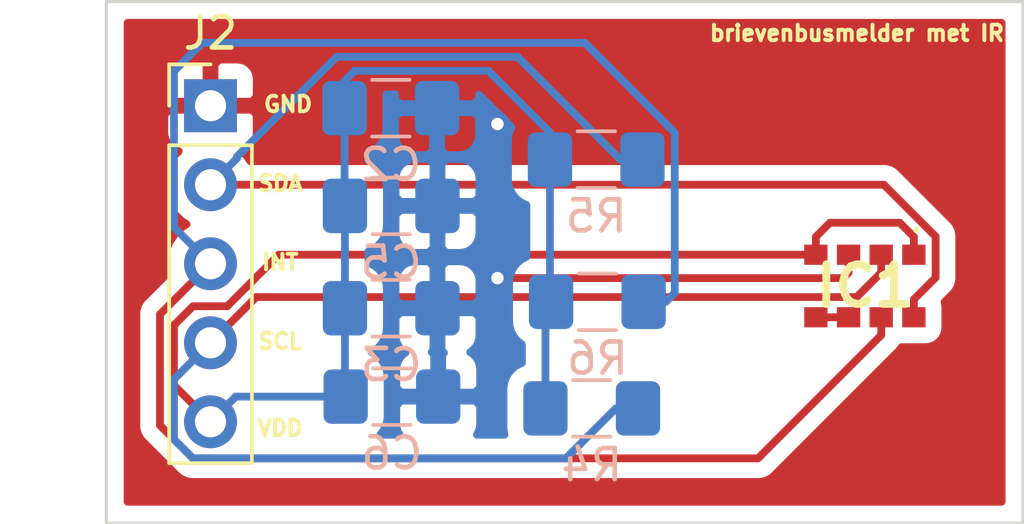
<source format=kicad_pcb>
(kicad_pcb (version 20171130) (host pcbnew "(5.1.5)-3")

  (general
    (thickness 1.6)
    (drawings 11)
    (tracks 75)
    (zones 0)
    (modules 9)
    (nets 7)
  )

  (page A4)
  (layers
    (0 F.Cu signal)
    (31 B.Cu signal)
    (32 B.Adhes user)
    (33 F.Adhes user)
    (34 B.Paste user)
    (35 F.Paste user)
    (36 B.SilkS user)
    (37 F.SilkS user)
    (38 B.Mask user)
    (39 F.Mask user)
    (40 Dwgs.User user)
    (41 Cmts.User user)
    (42 Eco1.User user)
    (43 Eco2.User user)
    (44 Edge.Cuts user)
    (45 Margin user)
    (46 B.CrtYd user)
    (47 F.CrtYd user)
    (48 B.Fab user)
    (49 F.Fab user)
  )

  (setup
    (last_trace_width 0.25)
    (trace_clearance 0.2)
    (zone_clearance 0.508)
    (zone_45_only no)
    (trace_min 0.2)
    (via_size 0.8)
    (via_drill 0.4)
    (via_min_size 0.4)
    (via_min_drill 0.3)
    (uvia_size 0.3)
    (uvia_drill 0.1)
    (uvias_allowed no)
    (uvia_min_size 0.2)
    (uvia_min_drill 0.1)
    (edge_width 0.1)
    (segment_width 0.2)
    (pcb_text_width 0.3)
    (pcb_text_size 1.5 1.5)
    (mod_edge_width 0.15)
    (mod_text_size 1 1)
    (mod_text_width 0.15)
    (pad_size 1.524 1.524)
    (pad_drill 0.762)
    (pad_to_mask_clearance 0)
    (aux_axis_origin 0 0)
    (visible_elements 7FFFFFFF)
    (pcbplotparams
      (layerselection 0x010fc_ffffffff)
      (usegerberextensions false)
      (usegerberattributes false)
      (usegerberadvancedattributes false)
      (creategerberjobfile false)
      (excludeedgelayer true)
      (linewidth 0.100000)
      (plotframeref false)
      (viasonmask false)
      (mode 1)
      (useauxorigin false)
      (hpglpennumber 1)
      (hpglpenspeed 20)
      (hpglpendiameter 15.000000)
      (psnegative false)
      (psa4output false)
      (plotreference true)
      (plotvalue true)
      (plotinvisibletext false)
      (padsonsilk false)
      (subtractmaskfromsilk false)
      (outputformat 1)
      (mirror false)
      (drillshape 0)
      (scaleselection 1)
      (outputdirectory ""))
  )

  (net 0 "")
  (net 1 "Net-(C2-Pad1)")
  (net 2 GND)
  (net 3 "Net-(IC1-Pad2)")
  (net 4 "Net-(IC1-Pad5)")
  (net 5 "Net-(IC1-Pad7)")
  (net 6 "Net-(IC1-Pad8)")

  (net_class Default "Dit is de standaard class."
    (clearance 0.2)
    (trace_width 0.25)
    (via_dia 0.8)
    (via_drill 0.4)
    (uvia_dia 0.3)
    (uvia_drill 0.1)
    (add_net GND)
    (add_net "Net-(C2-Pad1)")
    (add_net "Net-(IC1-Pad2)")
    (add_net "Net-(IC1-Pad5)")
    (add_net "Net-(IC1-Pad7)")
    (add_net "Net-(IC1-Pad8)")
  )

  (module Capacitor_SMD:C_1206_3216Metric_Pad1.42x1.75mm_HandSolder (layer B.Cu) (tedit 5B301BBE) (tstamp 6034F339)
    (at 91.441001 57.782999)
    (descr "Capacitor SMD 1206 (3216 Metric), square (rectangular) end terminal, IPC_7351 nominal with elongated pad for handsoldering. (Body size source: http://www.tortai-tech.com/upload/download/2011102023233369053.pdf), generated with kicad-footprint-generator")
    (tags "capacitor handsolder")
    (path /6030EC58)
    (attr smd)
    (fp_text reference C2 (at 0 1.82) (layer B.SilkS)
      (effects (font (size 1 1) (thickness 0.15)) (justify mirror))
    )
    (fp_text value 22µF (at 0 -1.82) (layer B.Fab)
      (effects (font (size 1 1) (thickness 0.15)) (justify mirror))
    )
    (fp_line (start -1.6 -0.8) (end -1.6 0.8) (layer B.Fab) (width 0.1))
    (fp_line (start -1.6 0.8) (end 1.6 0.8) (layer B.Fab) (width 0.1))
    (fp_line (start 1.6 0.8) (end 1.6 -0.8) (layer B.Fab) (width 0.1))
    (fp_line (start 1.6 -0.8) (end -1.6 -0.8) (layer B.Fab) (width 0.1))
    (fp_line (start -0.602064 0.91) (end 0.602064 0.91) (layer B.SilkS) (width 0.12))
    (fp_line (start -0.602064 -0.91) (end 0.602064 -0.91) (layer B.SilkS) (width 0.12))
    (fp_line (start -2.45 -1.12) (end -2.45 1.12) (layer B.CrtYd) (width 0.05))
    (fp_line (start -2.45 1.12) (end 2.45 1.12) (layer B.CrtYd) (width 0.05))
    (fp_line (start 2.45 1.12) (end 2.45 -1.12) (layer B.CrtYd) (width 0.05))
    (fp_line (start 2.45 -1.12) (end -2.45 -1.12) (layer B.CrtYd) (width 0.05))
    (fp_text user %R (at 0 0) (layer B.Fab)
      (effects (font (size 0.8 0.8) (thickness 0.12)) (justify mirror))
    )
    (pad 1 smd roundrect (at -1.4875 0) (size 1.425 1.75) (layers B.Cu B.Paste B.Mask) (roundrect_rratio 0.175439)
      (net 1 "Net-(C2-Pad1)"))
    (pad 2 smd roundrect (at 1.4875 0) (size 1.425 1.75) (layers B.Cu B.Paste B.Mask) (roundrect_rratio 0.175439)
      (net 2 GND))
    (model ${KISYS3DMOD}/Capacitor_SMD.3dshapes/C_1206_3216Metric.wrl
      (at (xyz 0 0 0))
      (scale (xyz 1 1 1))
      (rotate (xyz 0 0 0))
    )
  )

  (module Capacitor_SMD:C_1206_3216Metric_Pad1.42x1.75mm_HandSolder (layer B.Cu) (tedit 5B301BBE) (tstamp 6034F34A)
    (at 91.453001 64.214999)
    (descr "Capacitor SMD 1206 (3216 Metric), square (rectangular) end terminal, IPC_7351 nominal with elongated pad for handsoldering. (Body size source: http://www.tortai-tech.com/upload/download/2011102023233369053.pdf), generated with kicad-footprint-generator")
    (tags "capacitor handsolder")
    (path /6030EC5E)
    (attr smd)
    (fp_text reference C3 (at 0 1.82) (layer B.SilkS)
      (effects (font (size 1 1) (thickness 0.15)) (justify mirror))
    )
    (fp_text value 100nF (at 0 -1.82) (layer B.Fab)
      (effects (font (size 1 1) (thickness 0.15)) (justify mirror))
    )
    (fp_text user %R (at 0 0) (layer B.Fab)
      (effects (font (size 0.8 0.8) (thickness 0.12)) (justify mirror))
    )
    (fp_line (start 2.45 -1.12) (end -2.45 -1.12) (layer B.CrtYd) (width 0.05))
    (fp_line (start 2.45 1.12) (end 2.45 -1.12) (layer B.CrtYd) (width 0.05))
    (fp_line (start -2.45 1.12) (end 2.45 1.12) (layer B.CrtYd) (width 0.05))
    (fp_line (start -2.45 -1.12) (end -2.45 1.12) (layer B.CrtYd) (width 0.05))
    (fp_line (start -0.602064 -0.91) (end 0.602064 -0.91) (layer B.SilkS) (width 0.12))
    (fp_line (start -0.602064 0.91) (end 0.602064 0.91) (layer B.SilkS) (width 0.12))
    (fp_line (start 1.6 -0.8) (end -1.6 -0.8) (layer B.Fab) (width 0.1))
    (fp_line (start 1.6 0.8) (end 1.6 -0.8) (layer B.Fab) (width 0.1))
    (fp_line (start -1.6 0.8) (end 1.6 0.8) (layer B.Fab) (width 0.1))
    (fp_line (start -1.6 -0.8) (end -1.6 0.8) (layer B.Fab) (width 0.1))
    (pad 2 smd roundrect (at 1.4875 0) (size 1.425 1.75) (layers B.Cu B.Paste B.Mask) (roundrect_rratio 0.175439)
      (net 2 GND))
    (pad 1 smd roundrect (at -1.4875 0) (size 1.425 1.75) (layers B.Cu B.Paste B.Mask) (roundrect_rratio 0.175439)
      (net 1 "Net-(C2-Pad1)"))
    (model ${KISYS3DMOD}/Capacitor_SMD.3dshapes/C_1206_3216Metric.wrl
      (at (xyz 0 0 0))
      (scale (xyz 1 1 1))
      (rotate (xyz 0 0 0))
    )
  )

  (module Capacitor_SMD:C_1206_3216Metric_Pad1.42x1.75mm_HandSolder (layer B.Cu) (tedit 5B301BBE) (tstamp 6034F35B)
    (at 91.453001 60.924999)
    (descr "Capacitor SMD 1206 (3216 Metric), square (rectangular) end terminal, IPC_7351 nominal with elongated pad for handsoldering. (Body size source: http://www.tortai-tech.com/upload/download/2011102023233369053.pdf), generated with kicad-footprint-generator")
    (tags "capacitor handsolder")
    (path /60310EFC)
    (attr smd)
    (fp_text reference C5 (at 0 1.82) (layer B.SilkS)
      (effects (font (size 1 1) (thickness 0.15)) (justify mirror))
    )
    (fp_text value 100nF (at 0 -1.82) (layer B.Fab)
      (effects (font (size 1 1) (thickness 0.15)) (justify mirror))
    )
    (fp_text user %R (at 0 0) (layer B.Fab)
      (effects (font (size 0.8 0.8) (thickness 0.12)) (justify mirror))
    )
    (fp_line (start 2.45 -1.12) (end -2.45 -1.12) (layer B.CrtYd) (width 0.05))
    (fp_line (start 2.45 1.12) (end 2.45 -1.12) (layer B.CrtYd) (width 0.05))
    (fp_line (start -2.45 1.12) (end 2.45 1.12) (layer B.CrtYd) (width 0.05))
    (fp_line (start -2.45 -1.12) (end -2.45 1.12) (layer B.CrtYd) (width 0.05))
    (fp_line (start -0.602064 -0.91) (end 0.602064 -0.91) (layer B.SilkS) (width 0.12))
    (fp_line (start -0.602064 0.91) (end 0.602064 0.91) (layer B.SilkS) (width 0.12))
    (fp_line (start 1.6 -0.8) (end -1.6 -0.8) (layer B.Fab) (width 0.1))
    (fp_line (start 1.6 0.8) (end 1.6 -0.8) (layer B.Fab) (width 0.1))
    (fp_line (start -1.6 0.8) (end 1.6 0.8) (layer B.Fab) (width 0.1))
    (fp_line (start -1.6 -0.8) (end -1.6 0.8) (layer B.Fab) (width 0.1))
    (pad 2 smd roundrect (at 1.4875 0) (size 1.425 1.75) (layers B.Cu B.Paste B.Mask) (roundrect_rratio 0.175439)
      (net 2 GND))
    (pad 1 smd roundrect (at -1.4875 0) (size 1.425 1.75) (layers B.Cu B.Paste B.Mask) (roundrect_rratio 0.175439)
      (net 1 "Net-(C2-Pad1)"))
    (model ${KISYS3DMOD}/Capacitor_SMD.3dshapes/C_1206_3216Metric.wrl
      (at (xyz 0 0 0))
      (scale (xyz 1 1 1))
      (rotate (xyz 0 0 0))
    )
  )

  (module Capacitor_SMD:C_1206_3216Metric_Pad1.42x1.75mm_HandSolder (layer B.Cu) (tedit 5B301BBE) (tstamp 6034F36C)
    (at 91.4765 67.056)
    (descr "Capacitor SMD 1206 (3216 Metric), square (rectangular) end terminal, IPC_7351 nominal with elongated pad for handsoldering. (Body size source: http://www.tortai-tech.com/upload/download/2011102023233369053.pdf), generated with kicad-footprint-generator")
    (tags "capacitor handsolder")
    (path /60310EF6)
    (attr smd)
    (fp_text reference C6 (at 0 1.82) (layer B.SilkS)
      (effects (font (size 1 1) (thickness 0.15)) (justify mirror))
    )
    (fp_text value 10µF (at 0 -1.82) (layer B.Fab)
      (effects (font (size 1 1) (thickness 0.15)) (justify mirror))
    )
    (fp_line (start -1.6 -0.8) (end -1.6 0.8) (layer B.Fab) (width 0.1))
    (fp_line (start -1.6 0.8) (end 1.6 0.8) (layer B.Fab) (width 0.1))
    (fp_line (start 1.6 0.8) (end 1.6 -0.8) (layer B.Fab) (width 0.1))
    (fp_line (start 1.6 -0.8) (end -1.6 -0.8) (layer B.Fab) (width 0.1))
    (fp_line (start -0.602064 0.91) (end 0.602064 0.91) (layer B.SilkS) (width 0.12))
    (fp_line (start -0.602064 -0.91) (end 0.602064 -0.91) (layer B.SilkS) (width 0.12))
    (fp_line (start -2.45 -1.12) (end -2.45 1.12) (layer B.CrtYd) (width 0.05))
    (fp_line (start -2.45 1.12) (end 2.45 1.12) (layer B.CrtYd) (width 0.05))
    (fp_line (start 2.45 1.12) (end 2.45 -1.12) (layer B.CrtYd) (width 0.05))
    (fp_line (start 2.45 -1.12) (end -2.45 -1.12) (layer B.CrtYd) (width 0.05))
    (fp_text user %R (at 0 0) (layer B.Fab)
      (effects (font (size 0.8 0.8) (thickness 0.12)) (justify mirror))
    )
    (pad 1 smd roundrect (at -1.4875 0) (size 1.425 1.75) (layers B.Cu B.Paste B.Mask) (roundrect_rratio 0.175439)
      (net 1 "Net-(C2-Pad1)"))
    (pad 2 smd roundrect (at 1.4875 0) (size 1.425 1.75) (layers B.Cu B.Paste B.Mask) (roundrect_rratio 0.175439)
      (net 2 GND))
    (model ${KISYS3DMOD}/Capacitor_SMD.3dshapes/C_1206_3216Metric.wrl
      (at (xyz 0 0 0))
      (scale (xyz 1 1 1))
      (rotate (xyz 0 0 0))
    )
  )

  (module naderingssensor_metIR:VCNL3030X01GS08 (layer F.Cu) (tedit 0) (tstamp 6034F385)
    (at 106.68 63.5)
    (descr VCNL3030X01-GS08-2)
    (tags "Integrated Circuit")
    (path /60307D8A)
    (attr smd)
    (fp_text reference IC1 (at 0 0) (layer F.SilkS)
      (effects (font (size 1.27 1.27) (thickness 0.254)))
    )
    (fp_text value VCNL3030X01-GS08 (at 0 0) (layer F.SilkS) hide
      (effects (font (size 1.27 1.27) (thickness 0.254)))
    )
    (fp_text user %R (at 0 0) (layer F.Fab)
      (effects (font (size 1.27 1.27) (thickness 0.254)))
    )
    (fp_line (start -2 -1.18) (end 2 -1.18) (layer F.Fab) (width 0.1))
    (fp_line (start 2 -1.18) (end 2 1.18) (layer F.Fab) (width 0.1))
    (fp_line (start 2 1.18) (end -2 1.18) (layer F.Fab) (width 0.1))
    (fp_line (start -2 1.18) (end -2 -1.18) (layer F.Fab) (width 0.1))
    (fp_line (start -3 -2.33) (end 3 -2.33) (layer F.CrtYd) (width 0.1))
    (fp_line (start 3 -2.33) (end 3 2.33) (layer F.CrtYd) (width 0.1))
    (fp_line (start 3 2.33) (end -3 2.33) (layer F.CrtYd) (width 0.1))
    (fp_line (start -3 2.33) (end -3 -2.33) (layer F.CrtYd) (width 0.1))
    (fp_line (start 1.6 -1.8) (end 1.6 -1.8) (layer F.SilkS) (width 0.1))
    (fp_line (start 1.7 -1.8) (end 1.7 -1.8) (layer F.SilkS) (width 0.1))
    (fp_arc (start 1.65 -1.8) (end 1.6 -1.8) (angle -180) (layer F.SilkS) (width 0.1))
    (fp_arc (start 1.65 -1.8) (end 1.7 -1.8) (angle -180) (layer F.SilkS) (width 0.1))
    (pad 1 smd rect (at 1.575 -1.005 90) (size 0.65 0.75) (layers F.Cu F.Paste F.Mask)
      (net 1 "Net-(C2-Pad1)"))
    (pad 2 smd rect (at 0.525 -1.005 90) (size 0.65 0.75) (layers F.Cu F.Paste F.Mask)
      (net 3 "Net-(IC1-Pad2)"))
    (pad 3 smd rect (at -0.525 -1.005 90) (size 0.65 0.75) (layers F.Cu F.Paste F.Mask)
      (net 2 GND))
    (pad 4 smd rect (at -1.575 -1.005 90) (size 0.65 0.75) (layers F.Cu F.Paste F.Mask)
      (net 1 "Net-(C2-Pad1)"))
    (pad 5 smd rect (at -1.575 1.005 90) (size 0.65 0.75) (layers F.Cu F.Paste F.Mask)
      (net 4 "Net-(IC1-Pad5)"))
    (pad 6 smd rect (at -0.525 1.005 90) (size 0.65 0.75) (layers F.Cu F.Paste F.Mask)
      (net 4 "Net-(IC1-Pad5)"))
    (pad 7 smd rect (at 0.525 1.005 90) (size 0.65 0.75) (layers F.Cu F.Paste F.Mask)
      (net 5 "Net-(IC1-Pad7)"))
    (pad 8 smd rect (at 1.575 1.005 90) (size 0.65 0.75) (layers F.Cu F.Paste F.Mask)
      (net 6 "Net-(IC1-Pad8)"))
    (model "D:\\Kicad oefeningen\\eerste test\\library\\naderingssensor_metIR\\SamacSys_Parts.3dshapes\\VCNL3030X01-GS08.stp"
      (at (xyz 0 0 0))
      (scale (xyz 1 1 1))
      (rotate (xyz 0 0 0))
    )
  )

  (module Connector_PinHeader_2.54mm:PinHeader_1x05_P2.54mm_Vertical (layer F.Cu) (tedit 59FED5CC) (tstamp 6034F39E)
    (at 85.645001 57.705001)
    (descr "Through hole straight pin header, 1x05, 2.54mm pitch, single row")
    (tags "Through hole pin header THT 1x05 2.54mm single row")
    (path /6034A1D0)
    (fp_text reference J2 (at 0 -2.33) (layer F.SilkS)
      (effects (font (size 1 1) (thickness 0.15)))
    )
    (fp_text value Conn_01x05_Male (at 0 12.49) (layer F.Fab)
      (effects (font (size 1 1) (thickness 0.15)))
    )
    (fp_line (start -0.635 -1.27) (end 1.27 -1.27) (layer F.Fab) (width 0.1))
    (fp_line (start 1.27 -1.27) (end 1.27 11.43) (layer F.Fab) (width 0.1))
    (fp_line (start 1.27 11.43) (end -1.27 11.43) (layer F.Fab) (width 0.1))
    (fp_line (start -1.27 11.43) (end -1.27 -0.635) (layer F.Fab) (width 0.1))
    (fp_line (start -1.27 -0.635) (end -0.635 -1.27) (layer F.Fab) (width 0.1))
    (fp_line (start -1.33 11.49) (end 1.33 11.49) (layer F.SilkS) (width 0.12))
    (fp_line (start -1.33 1.27) (end -1.33 11.49) (layer F.SilkS) (width 0.12))
    (fp_line (start 1.33 1.27) (end 1.33 11.49) (layer F.SilkS) (width 0.12))
    (fp_line (start -1.33 1.27) (end 1.33 1.27) (layer F.SilkS) (width 0.12))
    (fp_line (start -1.33 0) (end -1.33 -1.33) (layer F.SilkS) (width 0.12))
    (fp_line (start -1.33 -1.33) (end 0 -1.33) (layer F.SilkS) (width 0.12))
    (fp_line (start -1.8 -1.8) (end -1.8 11.95) (layer F.CrtYd) (width 0.05))
    (fp_line (start -1.8 11.95) (end 1.8 11.95) (layer F.CrtYd) (width 0.05))
    (fp_line (start 1.8 11.95) (end 1.8 -1.8) (layer F.CrtYd) (width 0.05))
    (fp_line (start 1.8 -1.8) (end -1.8 -1.8) (layer F.CrtYd) (width 0.05))
    (fp_text user %R (at 0 5.08 90) (layer F.Fab)
      (effects (font (size 1 1) (thickness 0.15)))
    )
    (pad 1 thru_hole rect (at 0 0) (size 1.7 1.7) (drill 1) (layers *.Cu *.Mask)
      (net 2 GND))
    (pad 2 thru_hole oval (at 0 2.54) (size 1.7 1.7) (drill 1) (layers *.Cu *.Mask)
      (net 6 "Net-(IC1-Pad8)"))
    (pad 3 thru_hole oval (at 0 5.08) (size 1.7 1.7) (drill 1) (layers *.Cu *.Mask)
      (net 5 "Net-(IC1-Pad7)"))
    (pad 4 thru_hole oval (at 0 7.62) (size 1.7 1.7) (drill 1) (layers *.Cu *.Mask)
      (net 3 "Net-(IC1-Pad2)"))
    (pad 5 thru_hole oval (at 0 10.16) (size 1.7 1.7) (drill 1) (layers *.Cu *.Mask)
      (net 1 "Net-(C2-Pad1)"))
    (model ${KISYS3DMOD}/Connector_PinHeader_2.54mm.3dshapes/PinHeader_1x05_P2.54mm_Vertical.wrl
      (at (xyz 0 0 0))
      (scale (xyz 1 1 1))
      (rotate (xyz 0 0 0))
    )
  )

  (module Resistor_SMD:R_1206_3216Metric_Pad1.42x1.75mm_HandSolder (layer B.Cu) (tedit 5B301BBD) (tstamp 6034F3AF)
    (at 97.899001 67.434999)
    (descr "Resistor SMD 1206 (3216 Metric), square (rectangular) end terminal, IPC_7351 nominal with elongated pad for handsoldering. (Body size source: http://www.tortai-tech.com/upload/download/2011102023233369053.pdf), generated with kicad-footprint-generator")
    (tags "resistor handsolder")
    (path /6031A4C9)
    (attr smd)
    (fp_text reference R4 (at 0 1.82) (layer B.SilkS)
      (effects (font (size 1 1) (thickness 0.15)) (justify mirror))
    )
    (fp_text value 2.2k (at 0 -1.82) (layer B.Fab)
      (effects (font (size 1 1) (thickness 0.15)) (justify mirror))
    )
    (fp_line (start -1.6 -0.8) (end -1.6 0.8) (layer B.Fab) (width 0.1))
    (fp_line (start -1.6 0.8) (end 1.6 0.8) (layer B.Fab) (width 0.1))
    (fp_line (start 1.6 0.8) (end 1.6 -0.8) (layer B.Fab) (width 0.1))
    (fp_line (start 1.6 -0.8) (end -1.6 -0.8) (layer B.Fab) (width 0.1))
    (fp_line (start -0.602064 0.91) (end 0.602064 0.91) (layer B.SilkS) (width 0.12))
    (fp_line (start -0.602064 -0.91) (end 0.602064 -0.91) (layer B.SilkS) (width 0.12))
    (fp_line (start -2.45 -1.12) (end -2.45 1.12) (layer B.CrtYd) (width 0.05))
    (fp_line (start -2.45 1.12) (end 2.45 1.12) (layer B.CrtYd) (width 0.05))
    (fp_line (start 2.45 1.12) (end 2.45 -1.12) (layer B.CrtYd) (width 0.05))
    (fp_line (start 2.45 -1.12) (end -2.45 -1.12) (layer B.CrtYd) (width 0.05))
    (fp_text user %R (at 0 0) (layer B.Fab)
      (effects (font (size 0.8 0.8) (thickness 0.12)) (justify mirror))
    )
    (pad 1 smd roundrect (at -1.4875 0) (size 1.425 1.75) (layers B.Cu B.Paste B.Mask) (roundrect_rratio 0.175439)
      (net 1 "Net-(C2-Pad1)"))
    (pad 2 smd roundrect (at 1.4875 0) (size 1.425 1.75) (layers B.Cu B.Paste B.Mask) (roundrect_rratio 0.175439)
      (net 3 "Net-(IC1-Pad2)"))
    (model ${KISYS3DMOD}/Resistor_SMD.3dshapes/R_1206_3216Metric.wrl
      (at (xyz 0 0 0))
      (scale (xyz 1 1 1))
      (rotate (xyz 0 0 0))
    )
  )

  (module Resistor_SMD:R_1206_3216Metric_Pad1.42x1.75mm_HandSolder (layer B.Cu) (tedit 5B301BBD) (tstamp 6034F3C0)
    (at 98.044 59.436)
    (descr "Resistor SMD 1206 (3216 Metric), square (rectangular) end terminal, IPC_7351 nominal with elongated pad for handsoldering. (Body size source: http://www.tortai-tech.com/upload/download/2011102023233369053.pdf), generated with kicad-footprint-generator")
    (tags "resistor handsolder")
    (path /6031B508)
    (attr smd)
    (fp_text reference R5 (at 0 1.82) (layer B.SilkS)
      (effects (font (size 1 1) (thickness 0.15)) (justify mirror))
    )
    (fp_text value 2.2K (at 0 -1.82) (layer B.Fab)
      (effects (font (size 1 1) (thickness 0.15)) (justify mirror))
    )
    (fp_text user %R (at 0 0) (layer B.Fab)
      (effects (font (size 0.8 0.8) (thickness 0.12)) (justify mirror))
    )
    (fp_line (start 2.45 -1.12) (end -2.45 -1.12) (layer B.CrtYd) (width 0.05))
    (fp_line (start 2.45 1.12) (end 2.45 -1.12) (layer B.CrtYd) (width 0.05))
    (fp_line (start -2.45 1.12) (end 2.45 1.12) (layer B.CrtYd) (width 0.05))
    (fp_line (start -2.45 -1.12) (end -2.45 1.12) (layer B.CrtYd) (width 0.05))
    (fp_line (start -0.602064 -0.91) (end 0.602064 -0.91) (layer B.SilkS) (width 0.12))
    (fp_line (start -0.602064 0.91) (end 0.602064 0.91) (layer B.SilkS) (width 0.12))
    (fp_line (start 1.6 -0.8) (end -1.6 -0.8) (layer B.Fab) (width 0.1))
    (fp_line (start 1.6 0.8) (end 1.6 -0.8) (layer B.Fab) (width 0.1))
    (fp_line (start -1.6 0.8) (end 1.6 0.8) (layer B.Fab) (width 0.1))
    (fp_line (start -1.6 -0.8) (end -1.6 0.8) (layer B.Fab) (width 0.1))
    (pad 2 smd roundrect (at 1.4875 0) (size 1.425 1.75) (layers B.Cu B.Paste B.Mask) (roundrect_rratio 0.175439)
      (net 6 "Net-(IC1-Pad8)"))
    (pad 1 smd roundrect (at -1.4875 0) (size 1.425 1.75) (layers B.Cu B.Paste B.Mask) (roundrect_rratio 0.175439)
      (net 1 "Net-(C2-Pad1)"))
    (model ${KISYS3DMOD}/Resistor_SMD.3dshapes/R_1206_3216Metric.wrl
      (at (xyz 0 0 0))
      (scale (xyz 1 1 1))
      (rotate (xyz 0 0 0))
    )
  )

  (module Resistor_SMD:R_1206_3216Metric_Pad1.42x1.75mm_HandSolder (layer B.Cu) (tedit 5B301BBD) (tstamp 6034F3D1)
    (at 98.0805 64.008)
    (descr "Resistor SMD 1206 (3216 Metric), square (rectangular) end terminal, IPC_7351 nominal with elongated pad for handsoldering. (Body size source: http://www.tortai-tech.com/upload/download/2011102023233369053.pdf), generated with kicad-footprint-generator")
    (tags "resistor handsolder")
    (path /6031B855)
    (attr smd)
    (fp_text reference R6 (at 0 1.82) (layer B.SilkS)
      (effects (font (size 1 1) (thickness 0.15)) (justify mirror))
    )
    (fp_text value 8.2K (at 0 -1.82) (layer B.Fab)
      (effects (font (size 1 1) (thickness 0.15)) (justify mirror))
    )
    (fp_line (start -1.6 -0.8) (end -1.6 0.8) (layer B.Fab) (width 0.1))
    (fp_line (start -1.6 0.8) (end 1.6 0.8) (layer B.Fab) (width 0.1))
    (fp_line (start 1.6 0.8) (end 1.6 -0.8) (layer B.Fab) (width 0.1))
    (fp_line (start 1.6 -0.8) (end -1.6 -0.8) (layer B.Fab) (width 0.1))
    (fp_line (start -0.602064 0.91) (end 0.602064 0.91) (layer B.SilkS) (width 0.12))
    (fp_line (start -0.602064 -0.91) (end 0.602064 -0.91) (layer B.SilkS) (width 0.12))
    (fp_line (start -2.45 -1.12) (end -2.45 1.12) (layer B.CrtYd) (width 0.05))
    (fp_line (start -2.45 1.12) (end 2.45 1.12) (layer B.CrtYd) (width 0.05))
    (fp_line (start 2.45 1.12) (end 2.45 -1.12) (layer B.CrtYd) (width 0.05))
    (fp_line (start 2.45 -1.12) (end -2.45 -1.12) (layer B.CrtYd) (width 0.05))
    (fp_text user %R (at 0 0) (layer B.Fab)
      (effects (font (size 0.8 0.8) (thickness 0.12)) (justify mirror))
    )
    (pad 1 smd roundrect (at -1.4875 0) (size 1.425 1.75) (layers B.Cu B.Paste B.Mask) (roundrect_rratio 0.175439)
      (net 1 "Net-(C2-Pad1)"))
    (pad 2 smd roundrect (at 1.4875 0) (size 1.425 1.75) (layers B.Cu B.Paste B.Mask) (roundrect_rratio 0.175439)
      (net 5 "Net-(IC1-Pad7)"))
    (model ${KISYS3DMOD}/Resistor_SMD.3dshapes/R_1206_3216Metric.wrl
      (at (xyz 0 0 0))
      (scale (xyz 1 1 1))
      (rotate (xyz 0 0 0))
    )
  )

  (gr_text "brievenbusmelder met IR" (at 106.426 55.372) (layer F.SilkS)
    (effects (font (size 0.5 0.5) (thickness 0.125)))
  )
  (gr_text VDD (at 87.884 68.072) (layer F.SilkS)
    (effects (font (size 0.5 0.5) (thickness 0.125)))
  )
  (gr_text SCL (at 87.884 65.278) (layer F.SilkS)
    (effects (font (size 0.5 0.5) (thickness 0.125)))
  )
  (gr_text INT (at 87.884 62.738) (layer F.SilkS)
    (effects (font (size 0.5 0.5) (thickness 0.125)))
  )
  (gr_text SDA (at 87.884 60.198) (layer F.SilkS)
    (effects (font (size 0.5 0.5) (thickness 0.125)))
  )
  (gr_text GND (at 88.138 57.658) (layer F.SilkS)
    (effects (font (size 0.5 0.5) (thickness 0.125)))
  )
  (gr_line (start 82.296 54.356) (end 82.804 54.356) (layer Edge.Cuts) (width 0.1) (tstamp 6034FA58))
  (gr_line (start 82.296 71.12) (end 82.296 54.356) (layer Edge.Cuts) (width 0.1))
  (gr_line (start 111.76 71.12) (end 82.296 71.12) (layer Edge.Cuts) (width 0.1))
  (gr_line (start 111.76 54.356) (end 111.76 71.12) (layer Edge.Cuts) (width 0.1))
  (gr_line (start 82.804 54.356) (end 111.76 54.356) (layer Edge.Cuts) (width 0.1))

  (segment (start 86.454002 67.056) (end 85.645001 67.865001) (width 0.25) (layer B.Cu) (net 1))
  (segment (start 89.989 67.056) (end 86.454002 67.056) (width 0.25) (layer B.Cu) (net 1))
  (segment (start 89.953501 60.912999) (end 89.965501 60.924999) (width 0.25) (layer B.Cu) (net 1))
  (segment (start 89.953501 57.782999) (end 89.953501 60.912999) (width 0.25) (layer B.Cu) (net 1))
  (segment (start 89.965501 60.924999) (end 89.965501 64.214999) (width 0.25) (layer B.Cu) (net 1))
  (segment (start 89.965501 67.032501) (end 89.989 67.056) (width 0.25) (layer B.Cu) (net 1))
  (segment (start 89.965501 64.214999) (end 89.965501 67.032501) (width 0.25) (layer B.Cu) (net 1))
  (segment (start 89.953501 56.907999) (end 89.953501 57.782999) (width 0.25) (layer B.Cu) (net 1))
  (segment (start 90.278511 56.582989) (end 89.953501 56.907999) (width 0.25) (layer B.Cu) (net 1))
  (segment (start 94.578489 56.582989) (end 90.278511 56.582989) (width 0.25) (layer B.Cu) (net 1))
  (segment (start 96.5565 58.561) (end 94.578489 56.582989) (width 0.25) (layer B.Cu) (net 1))
  (segment (start 96.5565 59.436) (end 96.5565 58.561) (width 0.25) (layer B.Cu) (net 1))
  (segment (start 96.5565 63.9715) (end 96.593 64.008) (width 0.25) (layer B.Cu) (net 1))
  (segment (start 96.5565 59.436) (end 96.5565 63.9715) (width 0.25) (layer B.Cu) (net 1))
  (segment (start 96.411501 64.189499) (end 96.593 64.008) (width 0.25) (layer B.Cu) (net 1))
  (segment (start 96.411501 67.434999) (end 96.411501 64.189499) (width 0.25) (layer B.Cu) (net 1))
  (segment (start 84.795002 67.015002) (end 85.645001 67.865001) (width 0.25) (layer F.Cu) (net 1))
  (segment (start 84.47 66.69) (end 84.795002 67.015002) (width 0.25) (layer F.Cu) (net 1))
  (segment (start 84.47 64.761) (end 84.47 66.69) (width 0.25) (layer F.Cu) (net 1))
  (segment (start 85.081 64.15) (end 84.47 64.761) (width 0.25) (layer F.Cu) (net 1))
  (segment (start 86.183592 64.15) (end 85.081 64.15) (width 0.25) (layer F.Cu) (net 1))
  (segment (start 87.838592 62.495) (end 86.183592 64.15) (width 0.25) (layer F.Cu) (net 1))
  (segment (start 105.105 62.495) (end 87.838592 62.495) (width 0.25) (layer F.Cu) (net 1))
  (segment (start 108.255 61.92) (end 107.803 61.468) (width 0.25) (layer F.Cu) (net 1))
  (segment (start 108.255 62.495) (end 108.255 61.92) (width 0.25) (layer F.Cu) (net 1))
  (segment (start 105.105 61.92) (end 105.105 62.495) (width 0.25) (layer F.Cu) (net 1))
  (segment (start 105.557 61.468) (end 105.105 61.92) (width 0.25) (layer F.Cu) (net 1))
  (segment (start 107.803 61.468) (end 105.557 61.468) (width 0.25) (layer F.Cu) (net 1))
  (via (at 94.869 63.246) (size 0.8) (drill 0.4) (layers F.Cu B.Cu) (net 2))
  (segment (start 95.434685 63.246) (end 94.869 63.246) (width 0.25) (layer F.Cu) (net 2))
  (segment (start 106.155 63.07) (end 105.979 63.246) (width 0.25) (layer F.Cu) (net 2))
  (segment (start 105.979 63.246) (end 95.434685 63.246) (width 0.25) (layer F.Cu) (net 2))
  (segment (start 106.155 62.495) (end 106.155 63.07) (width 0.25) (layer F.Cu) (net 2))
  (via (at 94.869 58.293) (size 0.8) (drill 0.4) (layers F.Cu B.Cu) (net 2))
  (segment (start 84.795002 66.175) (end 85.645001 65.325001) (width 0.25) (layer B.Cu) (net 3))
  (segment (start 84.47 66.500002) (end 84.795002 66.175) (width 0.25) (layer B.Cu) (net 3))
  (segment (start 84.47 68.429002) (end 84.47 66.500002) (width 0.25) (layer B.Cu) (net 3))
  (segment (start 85.081 69.040002) (end 84.47 68.429002) (width 0.25) (layer B.Cu) (net 3))
  (segment (start 97.068998 69.040002) (end 85.081 69.040002) (width 0.25) (layer B.Cu) (net 3))
  (segment (start 98.674001 67.434999) (end 97.068998 69.040002) (width 0.25) (layer B.Cu) (net 3))
  (segment (start 99.386501 67.434999) (end 98.674001 67.434999) (width 0.25) (layer B.Cu) (net 3))
  (segment (start 86.495 64.475002) (end 85.645001 65.325001) (width 0.25) (layer F.Cu) (net 3))
  (segment (start 87.115003 63.854999) (end 86.495 64.475002) (width 0.25) (layer F.Cu) (net 3))
  (segment (start 107.205 63.07) (end 106.420001 63.854999) (width 0.25) (layer F.Cu) (net 3))
  (segment (start 106.420001 63.854999) (end 87.115003 63.854999) (width 0.25) (layer F.Cu) (net 3))
  (segment (start 107.205 62.495) (end 107.205 63.07) (width 0.25) (layer F.Cu) (net 3))
  (segment (start 106.155 64.505) (end 105.105 64.505) (width 0.25) (layer F.Cu) (net 4))
  (segment (start 84.795002 61.935002) (end 85.645001 62.785001) (width 0.25) (layer B.Cu) (net 5))
  (segment (start 84.47 56.595) (end 84.47 61.61) (width 0.25) (layer B.Cu) (net 5))
  (segment (start 97.67916 55.68297) (end 85.38203 55.68297) (width 0.25) (layer B.Cu) (net 5))
  (segment (start 100.56901 58.57282) (end 97.67916 55.68297) (width 0.25) (layer B.Cu) (net 5))
  (segment (start 85.38203 55.68297) (end 84.47 56.595) (width 0.25) (layer B.Cu) (net 5))
  (segment (start 100.56901 63.71949) (end 100.56901 58.57282) (width 0.25) (layer B.Cu) (net 5))
  (segment (start 100.2805 64.008) (end 100.56901 63.71949) (width 0.25) (layer B.Cu) (net 5))
  (segment (start 84.47 61.61) (end 84.795002 61.935002) (width 0.25) (layer B.Cu) (net 5))
  (segment (start 99.568 64.008) (end 100.2805 64.008) (width 0.25) (layer B.Cu) (net 5))
  (segment (start 84.795002 63.635) (end 85.645001 62.785001) (width 0.25) (layer F.Cu) (net 5))
  (segment (start 84.019991 64.410011) (end 84.795002 63.635) (width 0.25) (layer F.Cu) (net 5))
  (segment (start 85.081 69.040002) (end 84.019991 67.978993) (width 0.25) (layer F.Cu) (net 5))
  (segment (start 103.244998 69.040002) (end 85.081 69.040002) (width 0.25) (layer F.Cu) (net 5))
  (segment (start 84.019991 67.978993) (end 84.019991 64.410011) (width 0.25) (layer F.Cu) (net 5))
  (segment (start 107.205 65.08) (end 103.244998 69.040002) (width 0.25) (layer F.Cu) (net 5))
  (segment (start 107.205 64.505) (end 107.205 65.08) (width 0.25) (layer F.Cu) (net 5))
  (segment (start 86.495 59.395002) (end 85.645001 60.245001) (width 0.25) (layer B.Cu) (net 6))
  (segment (start 86.495 59.34081) (end 86.495 59.395002) (width 0.25) (layer B.Cu) (net 6))
  (segment (start 95.51598 56.13298) (end 89.70283 56.13298) (width 0.25) (layer B.Cu) (net 6))
  (segment (start 89.70283 56.13298) (end 86.495 59.34081) (width 0.25) (layer B.Cu) (net 6))
  (segment (start 98.819 59.436) (end 95.51598 56.13298) (width 0.25) (layer B.Cu) (net 6))
  (segment (start 99.5315 59.436) (end 98.819 59.436) (width 0.25) (layer B.Cu) (net 6))
  (segment (start 86.847082 60.245001) (end 85.645001 60.245001) (width 0.25) (layer F.Cu) (net 6))
  (segment (start 108.955001 61.909999) (end 107.290003 60.245001) (width 0.25) (layer F.Cu) (net 6))
  (segment (start 107.290003 60.245001) (end 86.847082 60.245001) (width 0.25) (layer F.Cu) (net 6))
  (segment (start 108.255 63.93) (end 108.955001 63.229999) (width 0.25) (layer F.Cu) (net 6))
  (segment (start 108.955001 63.229999) (end 108.955001 61.909999) (width 0.25) (layer F.Cu) (net 6))
  (segment (start 108.255 64.505) (end 108.255 63.93) (width 0.25) (layer F.Cu) (net 6))

  (zone (net 2) (net_name GND) (layer F.Cu) (tstamp 60364BA5) (hatch edge 0.508)
    (connect_pads (clearance 0.508))
    (min_thickness 0.254)
    (fill yes (arc_segments 32) (thermal_gap 0.508) (thermal_bridge_width 0.508))
    (polygon
      (pts
        (xy 111.252 70.612) (xy 82.804 70.612) (xy 82.804 54.864) (xy 111.252 54.864)
      )
    )
    (filled_polygon
      (pts
        (xy 111.075001 70.435) (xy 82.981 70.435) (xy 82.981 64.410011) (xy 83.256315 64.410011) (xy 83.259992 64.447343)
        (xy 83.259991 67.94167) (xy 83.256315 67.978993) (xy 83.259991 68.016315) (xy 83.259991 68.016325) (xy 83.270988 68.127978)
        (xy 83.279867 68.157247) (xy 83.314445 68.271239) (xy 83.385017 68.403269) (xy 83.386461 68.405028) (xy 83.47999 68.518994)
        (xy 83.508993 68.542797) (xy 84.517201 69.551005) (xy 84.540999 69.580003) (xy 84.656724 69.674976) (xy 84.788753 69.745548)
        (xy 84.932014 69.789005) (xy 85.043667 69.800002) (xy 85.043676 69.800002) (xy 85.080999 69.803678) (xy 85.118322 69.800002)
        (xy 103.207676 69.800002) (xy 103.244998 69.803678) (xy 103.28232 69.800002) (xy 103.282331 69.800002) (xy 103.393984 69.789005)
        (xy 103.537245 69.745548) (xy 103.669274 69.674976) (xy 103.784999 69.580003) (xy 103.808802 69.550999) (xy 107.716003 65.643799)
        (xy 107.745001 65.620001) (xy 107.839974 65.504276) (xy 107.86036 65.466138) (xy 107.88 65.468072) (xy 108.63 65.468072)
        (xy 108.754482 65.455812) (xy 108.87418 65.419502) (xy 108.984494 65.360537) (xy 109.081185 65.281185) (xy 109.160537 65.184494)
        (xy 109.219502 65.07418) (xy 109.255812 64.954482) (xy 109.268072 64.83) (xy 109.268072 64.18) (xy 109.255812 64.055518)
        (xy 109.243819 64.015983) (xy 109.466005 63.793797) (xy 109.495002 63.77) (xy 109.531338 63.725724) (xy 109.589975 63.654276)
        (xy 109.660547 63.522246) (xy 109.671537 63.486015) (xy 109.704004 63.378985) (xy 109.715001 63.267332) (xy 109.715001 63.267322)
        (xy 109.718677 63.229999) (xy 109.715001 63.192676) (xy 109.715001 61.947324) (xy 109.718677 61.909999) (xy 109.715001 61.872674)
        (xy 109.715001 61.872666) (xy 109.704004 61.761013) (xy 109.660547 61.617752) (xy 109.589975 61.485723) (xy 109.495002 61.369998)
        (xy 109.466004 61.3462) (xy 107.853807 59.734004) (xy 107.830004 59.705) (xy 107.714279 59.610027) (xy 107.58225 59.539455)
        (xy 107.438989 59.495998) (xy 107.327336 59.485001) (xy 107.327325 59.485001) (xy 107.290003 59.481325) (xy 107.252681 59.485001)
        (xy 86.923179 59.485001) (xy 86.798476 59.298369) (xy 86.666621 59.166514) (xy 86.739181 59.144503) (xy 86.849495 59.085538)
        (xy 86.946186 59.006186) (xy 87.025538 58.909495) (xy 87.084503 58.799181) (xy 87.120813 58.679483) (xy 87.133073 58.555001)
        (xy 87.130001 57.990751) (xy 86.971251 57.832001) (xy 85.772001 57.832001) (xy 85.772001 57.852001) (xy 85.518001 57.852001)
        (xy 85.518001 57.832001) (xy 84.318751 57.832001) (xy 84.160001 57.990751) (xy 84.156929 58.555001) (xy 84.169189 58.679483)
        (xy 84.205499 58.799181) (xy 84.264464 58.909495) (xy 84.343816 59.006186) (xy 84.440507 59.085538) (xy 84.550821 59.144503)
        (xy 84.623381 59.166514) (xy 84.491526 59.298369) (xy 84.329011 59.54159) (xy 84.217069 59.811843) (xy 84.160001 60.098741)
        (xy 84.160001 60.391261) (xy 84.217069 60.678159) (xy 84.329011 60.948412) (xy 84.491526 61.191633) (xy 84.698369 61.398476)
        (xy 84.872761 61.515001) (xy 84.698369 61.631526) (xy 84.491526 61.838369) (xy 84.329011 62.08159) (xy 84.217069 62.351843)
        (xy 84.160001 62.638741) (xy 84.160001 62.931261) (xy 84.203791 63.151409) (xy 83.508989 63.846212) (xy 83.479991 63.87001)
        (xy 83.456193 63.899008) (xy 83.456192 63.899009) (xy 83.385017 63.985735) (xy 83.314445 64.117765) (xy 83.295567 64.18)
        (xy 83.270989 64.261025) (xy 83.261633 64.356014) (xy 83.256315 64.410011) (xy 82.981 64.410011) (xy 82.981 56.855001)
        (xy 84.156929 56.855001) (xy 84.160001 57.419251) (xy 84.318751 57.578001) (xy 85.518001 57.578001) (xy 85.518001 56.378751)
        (xy 85.772001 56.378751) (xy 85.772001 57.578001) (xy 86.971251 57.578001) (xy 87.130001 57.419251) (xy 87.133073 56.855001)
        (xy 87.120813 56.730519) (xy 87.084503 56.610821) (xy 87.025538 56.500507) (xy 86.946186 56.403816) (xy 86.849495 56.324464)
        (xy 86.739181 56.265499) (xy 86.619483 56.229189) (xy 86.495001 56.216929) (xy 85.930751 56.220001) (xy 85.772001 56.378751)
        (xy 85.518001 56.378751) (xy 85.359251 56.220001) (xy 84.795001 56.216929) (xy 84.670519 56.229189) (xy 84.550821 56.265499)
        (xy 84.440507 56.324464) (xy 84.343816 56.403816) (xy 84.264464 56.500507) (xy 84.205499 56.610821) (xy 84.169189 56.730519)
        (xy 84.156929 56.855001) (xy 82.981 56.855001) (xy 82.981 55.041) (xy 111.075 55.041)
      )
    )
    (filled_polygon
      (pts
        (xy 106.191928 62.642) (xy 106.118072 62.642) (xy 106.118072 62.348) (xy 106.191928 62.348)
      )
    )
  )
  (zone (net 2) (net_name GND) (layer B.Cu) (tstamp 60364BA2) (hatch edge 0.508)
    (connect_pads (clearance 0.508))
    (min_thickness 0.254)
    (fill yes (arc_segments 32) (thermal_gap 0.508) (thermal_bridge_width 0.508))
    (polygon
      (pts
        (xy 111.252 70.612) (xy 82.804 70.612) (xy 82.804 54.864) (xy 111.252 54.864)
      )
    )
    (filled_polygon
      (pts
        (xy 91.581001 57.497249) (xy 91.739751 57.655999) (xy 92.801501 57.655999) (xy 92.801501 57.635999) (xy 93.055501 57.635999)
        (xy 93.055501 57.655999) (xy 94.117251 57.655999) (xy 94.276001 57.497249) (xy 94.276737 57.356038) (xy 95.314742 58.394044)
        (xy 95.273528 58.47115) (xy 95.222992 58.637746) (xy 95.205928 58.811) (xy 95.205928 60.061) (xy 95.222992 60.234254)
        (xy 95.273528 60.40085) (xy 95.355595 60.554386) (xy 95.466038 60.688962) (xy 95.600614 60.799405) (xy 95.75415 60.881472)
        (xy 95.7965 60.894319) (xy 95.796501 62.560753) (xy 95.79065 62.562528) (xy 95.637114 62.644595) (xy 95.502538 62.755038)
        (xy 95.392095 62.889614) (xy 95.310028 63.04315) (xy 95.259492 63.209746) (xy 95.242428 63.383) (xy 95.242428 64.633)
        (xy 95.259492 64.806254) (xy 95.310028 64.97285) (xy 95.392095 65.126386) (xy 95.502538 65.260962) (xy 95.637114 65.371405)
        (xy 95.651502 65.379095) (xy 95.651501 65.97668) (xy 95.609151 65.989527) (xy 95.455615 66.071594) (xy 95.321039 66.182037)
        (xy 95.210596 66.316613) (xy 95.128529 66.470149) (xy 95.077993 66.636745) (xy 95.060929 66.809999) (xy 95.060929 68.059999)
        (xy 95.077993 68.233253) (xy 95.092174 68.280002) (xy 94.209973 68.280002) (xy 94.266002 68.17518) (xy 94.302312 68.055482)
        (xy 94.314572 67.931) (xy 94.3115 67.34175) (xy 94.15275 67.183) (xy 93.091 67.183) (xy 93.091 67.203)
        (xy 92.837 67.203) (xy 92.837 67.183) (xy 91.77525 67.183) (xy 91.6165 67.34175) (xy 91.613428 67.931)
        (xy 91.625688 68.055482) (xy 91.661998 68.17518) (xy 91.718027 68.280002) (xy 91.103229 68.280002) (xy 91.189905 68.174386)
        (xy 91.271972 68.02085) (xy 91.322508 67.854254) (xy 91.339572 67.681) (xy 91.339572 66.431) (xy 91.322508 66.257746)
        (xy 91.271972 66.09115) (xy 91.189905 65.937614) (xy 91.079462 65.803038) (xy 90.944886 65.692595) (xy 90.826319 65.629219)
        (xy 90.921387 65.578404) (xy 91.055963 65.467961) (xy 91.166406 65.333385) (xy 91.248473 65.179849) (xy 91.275728 65.089999)
        (xy 91.589929 65.089999) (xy 91.602189 65.214481) (xy 91.638499 65.334179) (xy 91.697464 65.444493) (xy 91.776816 65.541184)
        (xy 91.873507 65.620536) (xy 91.913251 65.64178) (xy 91.897006 65.650463) (xy 91.800315 65.729815) (xy 91.720963 65.826506)
        (xy 91.661998 65.93682) (xy 91.625688 66.056518) (xy 91.613428 66.181) (xy 91.6165 66.77025) (xy 91.77525 66.929)
        (xy 92.837 66.929) (xy 92.837 65.70475) (xy 92.756 65.62375) (xy 92.813501 65.566249) (xy 92.813501 64.341999)
        (xy 93.067501 64.341999) (xy 93.067501 65.566249) (xy 93.148501 65.647249) (xy 93.091 65.70475) (xy 93.091 66.929)
        (xy 94.15275 66.929) (xy 94.3115 66.77025) (xy 94.314572 66.181) (xy 94.302312 66.056518) (xy 94.266002 65.93682)
        (xy 94.207037 65.826506) (xy 94.127685 65.729815) (xy 94.030994 65.650463) (xy 93.99125 65.629219) (xy 94.007495 65.620536)
        (xy 94.104186 65.541184) (xy 94.183538 65.444493) (xy 94.242503 65.334179) (xy 94.278813 65.214481) (xy 94.291073 65.089999)
        (xy 94.288001 64.500749) (xy 94.129251 64.341999) (xy 93.067501 64.341999) (xy 92.813501 64.341999) (xy 91.751751 64.341999)
        (xy 91.593001 64.500749) (xy 91.589929 65.089999) (xy 91.275728 65.089999) (xy 91.299009 65.013253) (xy 91.316073 64.839999)
        (xy 91.316073 63.589999) (xy 91.299009 63.416745) (xy 91.275729 63.339999) (xy 91.589929 63.339999) (xy 91.593001 63.929249)
        (xy 91.751751 64.087999) (xy 92.813501 64.087999) (xy 92.813501 62.863749) (xy 93.067501 62.863749) (xy 93.067501 64.087999)
        (xy 94.129251 64.087999) (xy 94.288001 63.929249) (xy 94.291073 63.339999) (xy 94.278813 63.215517) (xy 94.242503 63.095819)
        (xy 94.183538 62.985505) (xy 94.104186 62.888814) (xy 94.007495 62.809462) (xy 93.897181 62.750497) (xy 93.777483 62.714187)
        (xy 93.653001 62.701927) (xy 93.226251 62.704999) (xy 93.067501 62.863749) (xy 92.813501 62.863749) (xy 92.654751 62.704999)
        (xy 92.228001 62.701927) (xy 92.103519 62.714187) (xy 91.983821 62.750497) (xy 91.873507 62.809462) (xy 91.776816 62.888814)
        (xy 91.697464 62.985505) (xy 91.638499 63.095819) (xy 91.602189 63.215517) (xy 91.589929 63.339999) (xy 91.275729 63.339999)
        (xy 91.248473 63.250149) (xy 91.166406 63.096613) (xy 91.055963 62.962037) (xy 90.921387 62.851594) (xy 90.767851 62.769527)
        (xy 90.725501 62.75668) (xy 90.725501 62.383318) (xy 90.767851 62.370471) (xy 90.921387 62.288404) (xy 91.055963 62.177961)
        (xy 91.166406 62.043385) (xy 91.248473 61.889849) (xy 91.275728 61.799999) (xy 91.589929 61.799999) (xy 91.602189 61.924481)
        (xy 91.638499 62.044179) (xy 91.697464 62.154493) (xy 91.776816 62.251184) (xy 91.873507 62.330536) (xy 91.983821 62.389501)
        (xy 92.103519 62.425811) (xy 92.228001 62.438071) (xy 92.654751 62.434999) (xy 92.813501 62.276249) (xy 92.813501 61.051999)
        (xy 93.067501 61.051999) (xy 93.067501 62.276249) (xy 93.226251 62.434999) (xy 93.653001 62.438071) (xy 93.777483 62.425811)
        (xy 93.897181 62.389501) (xy 94.007495 62.330536) (xy 94.104186 62.251184) (xy 94.183538 62.154493) (xy 94.242503 62.044179)
        (xy 94.278813 61.924481) (xy 94.291073 61.799999) (xy 94.288001 61.210749) (xy 94.129251 61.051999) (xy 93.067501 61.051999)
        (xy 92.813501 61.051999) (xy 91.751751 61.051999) (xy 91.593001 61.210749) (xy 91.589929 61.799999) (xy 91.275728 61.799999)
        (xy 91.299009 61.723253) (xy 91.316073 61.549999) (xy 91.316073 60.299999) (xy 91.299009 60.126745) (xy 91.275729 60.049999)
        (xy 91.589929 60.049999) (xy 91.593001 60.639249) (xy 91.751751 60.797999) (xy 92.813501 60.797999) (xy 92.813501 59.573749)
        (xy 93.067501 59.573749) (xy 93.067501 60.797999) (xy 94.129251 60.797999) (xy 94.288001 60.639249) (xy 94.291073 60.049999)
        (xy 94.278813 59.925517) (xy 94.242503 59.805819) (xy 94.183538 59.695505) (xy 94.104186 59.598814) (xy 94.007495 59.519462)
        (xy 93.897181 59.460497) (xy 93.777483 59.424187) (xy 93.653001 59.411927) (xy 93.226251 59.414999) (xy 93.067501 59.573749)
        (xy 92.813501 59.573749) (xy 92.654751 59.414999) (xy 92.228001 59.411927) (xy 92.103519 59.424187) (xy 91.983821 59.460497)
        (xy 91.873507 59.519462) (xy 91.776816 59.598814) (xy 91.697464 59.695505) (xy 91.638499 59.805819) (xy 91.602189 59.925517)
        (xy 91.589929 60.049999) (xy 91.275729 60.049999) (xy 91.248473 59.960149) (xy 91.166406 59.806613) (xy 91.055963 59.672037)
        (xy 90.921387 59.561594) (xy 90.767851 59.479527) (xy 90.713501 59.46304) (xy 90.713501 59.241318) (xy 90.755851 59.228471)
        (xy 90.909387 59.146404) (xy 91.043963 59.035961) (xy 91.154406 58.901385) (xy 91.236473 58.747849) (xy 91.263728 58.657999)
        (xy 91.577929 58.657999) (xy 91.590189 58.782481) (xy 91.626499 58.902179) (xy 91.685464 59.012493) (xy 91.764816 59.109184)
        (xy 91.861507 59.188536) (xy 91.971821 59.247501) (xy 92.091519 59.283811) (xy 92.216001 59.296071) (xy 92.642751 59.292999)
        (xy 92.801501 59.134249) (xy 92.801501 57.909999) (xy 93.055501 57.909999) (xy 93.055501 59.134249) (xy 93.214251 59.292999)
        (xy 93.641001 59.296071) (xy 93.765483 59.283811) (xy 93.885181 59.247501) (xy 93.995495 59.188536) (xy 94.092186 59.109184)
        (xy 94.171538 59.012493) (xy 94.230503 58.902179) (xy 94.266813 58.782481) (xy 94.279073 58.657999) (xy 94.276001 58.068749)
        (xy 94.117251 57.909999) (xy 93.055501 57.909999) (xy 92.801501 57.909999) (xy 91.739751 57.909999) (xy 91.581001 58.068749)
        (xy 91.577929 58.657999) (xy 91.263728 58.657999) (xy 91.287009 58.581253) (xy 91.304073 58.407999) (xy 91.304073 57.342989)
        (xy 91.580197 57.342989)
      )
    )
    (filled_polygon
      (pts
        (xy 85.772001 57.578001) (xy 85.792001 57.578001) (xy 85.792001 57.832001) (xy 85.772001 57.832001) (xy 85.772001 57.852001)
        (xy 85.518001 57.852001) (xy 85.518001 57.832001) (xy 85.498001 57.832001) (xy 85.498001 57.578001) (xy 85.518001 57.578001)
        (xy 85.518001 57.558001) (xy 85.772001 57.558001)
      )
    )
  )
)

</source>
